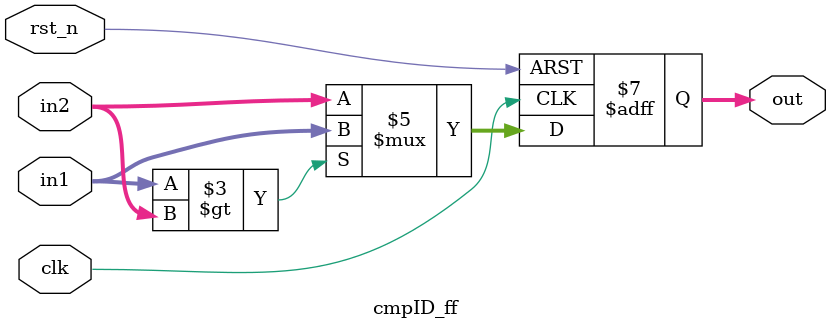
<source format=v>
`timescale 1ns / 1ps


module cmpID_ff #( 
  parameter integer C_ID_WIDTH = 5   
)
(
  clk,
  rst_n,
  in1 ,
  in2 ,
  out
  );

input wire clk;
input wire rst_n;

input wire [C_ID_WIDTH-1:0] in1 ;
input wire [C_ID_WIDTH-1:0] in2 ;

output reg [C_ID_WIDTH-1:0] out ;

always @(posedge clk or negedge rst_n) begin
  if (~rst_n) begin
    out <= 1'b1;
  end
  else if (in1 > in2) begin
    out <= in1;
  end
  else begin
    out <= in2;
  end
end
  
endmodule

</source>
